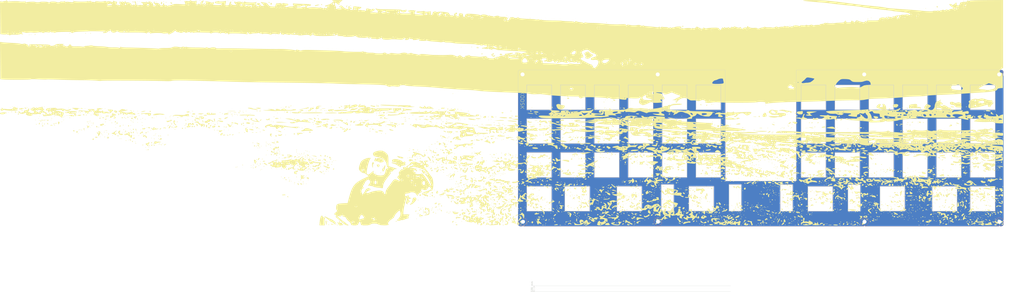
<source format=kicad_pcb>
(kicad_pcb (version 20211014) (generator pcbnew)
  (layers (0 "F.Cu" signal) (31 "B.Cu" signal) (34 "B.Paste" user) (35 "F.Paste" user) (36 "B.SilkS" user "B.Silkscreen") (37 "F.SilkS" user "F.Silkscreen") (38 "B.Mask" user) (39 "F.Mask" user) (44 "Edge.Cuts" user))
  (net 0 "")
  (footprint "MountingHole:MountingHole_2.2mm_M2_Pad" (layer "F.Cu") (at 81.153 91.537469)
    (fp_text reference "H2" hide)
    (fp_text value "MountingHole_Pad")
    (pad "1" thru_hole circle (at 0 0) (size 4.4 4.4) (drill 2.2) (layers *.Cu *.Mask))
  )
  (footprint "MountingHole:MountingHole_2.2mm_M2_Pad" (layer "F.Cu") (at 197.231 8.509)
    (fp_text reference "H3" hide)
    (fp_text value "MountingHole_Pad")
    (pad "1" thru_hole circle (at 0 0) (size 4.4 4.4) (drill 2.2) (layers *.Cu *.Mask))
  )
  (footprint "MountingHole:MountingHole_2.2mm_M2_Pad" (layer "F.Cu") (at 273.177 8.509)
    (fp_text reference "H4" hide)
    (fp_text value "MountingHole_Pad")
    (pad "1" thru_hole circle (at 0 0) (size 4.4 4.4) (drill 2.2) (layers *.Cu *.Mask))
  )
  (footprint "MountingHole:MountingHole_2.2mm_M2_Pad" (layer "F.Cu") (at 5.207 91.567)
    (fp_text reference "H1" hide)
    (fp_text value "MountingHole_Pad")
    (pad "1" thru_hole circle (at 0 0) (size 4.4 4.4) (drill 2.2) (layers *.Cu *.Mask))
  )
  (footprint "MountingHole:MountingHole_2.2mm_M2_Pad" (layer "F.Cu") (at 273.304 91.567)
    (fp_text reference "H4" hide)
    (fp_text value "MountingHole_Pad")
    (pad "1" thru_hole circle (at 0 0) (size 4.4 4.4) (drill 2.2) (layers *.Cu *.Mask))
  )
  (footprint "LOGO" (layer "F.Cu") (at -6.858 30.099)
    (fp_text reference "G***" hide)
    (fp_text value "LOGO" hide)
  )
  (footprint "MountingHole:MountingHole_2.2mm_M2_Pad" (layer "F.Cu") (at 4.953 8.509)
    (fp_text reference "H1" hide)
    (fp_text value "MountingHole_Pad")
    (pad "1" thru_hole circle (at 0 0) (size 4.4 4.4) (drill 2.2) (layers *.Cu *.Mask))
  )
  (footprint "MountingHole:MountingHole_2.2mm_M2_Pad" (layer "F.Cu") (at 81.0195 8.509)
    (fp_text reference "H2" hide)
    (fp_text value "MountingHole_Pad")
    (pad "1" thru_hole circle (at 0 0) (size 4.4 4.4) (drill 2.2) (layers *.Cu *.Mask))
  )
  (footprint "MountingHole:MountingHole_2.2mm_M2_Pad" (layer "F.Cu") (at 197.3801 91.567)
    (fp_text reference "H3" hide)
    (fp_text value "MountingHole_Pad")
    (pad "1" thru_hole circle (at 0 0) (size 4.4 4.4) (drill 2.2) (layers *.Cu *.Mask))
  )
  (gr_line (start 270.921552 52.551005) (end 256.921552 52.551005) (layer "Edge.Cuts") (width 0.2))
  (gr_line (start 7.301612 71.600125) (end 7.301612 85.600125) (layer "Edge.Cuts") (width 0.2))
  (gr_line (start 78.451612 28.450125) (end 78.451612 14.450125) (layer "Edge.Cuts") (width 0.2))
  (gr_line (start 83.034612 85.570125) (end 90.034612 85.570125) (layer "Edge.Cuts") (width 0.2))
  (gr_line (start 98.584612 85.570125) (end 112.584612 85.570125) (layer "Edge.Cuts") (width 0.2))
  (gr_line (start 90.034612 85.570125) (end 90.034612 70.570125) (layer "Edge.Cuts") (width 0.2))
  (gr_line (start 119.442612 68.679125) (end 158.685612 68.679125) (layer "Edge.Cuts") (width 0.1))
  (gr_line (start 251.871205 47.500069) (end 251.871205 33.500069) (layer "Edge.Cuts") (width 0.2))
  (gr_arc (start 159.066612 68.298125) (mid 158.95502 68.567533) (end 158.685612 68.679125) (layer "Edge.Cuts") (width 0.1))
  (gr_line (start 175.674949 28.448548) (end 175.674949 14.448548) (layer "Edge.Cuts") (width 0.2))
  (gr_line (start 128.134612 70.570125) (end 121.134612 70.570125) (layer "Edge.Cuts") (width 0.2))
  (gr_line (start 161.671205 47.500069) (end 175.671205 47.500069) (layer "Edge.Cuts") (width 0.2))
  (gr_line (start 112.584612 85.570125) (end 112.584612 71.570125) (layer "Edge.Cuts") (width 0.2))
  (gr_line (start 59.392256 52.548548) (end 45.392256 52.548548) (layer "Edge.Cuts") (width 0.2))
  (gr_arc (start 159.0294 6.35) (mid 159.14099 6.08059) (end 159.4104 5.969) (layer "Edge.Cuts") (width 0.1))
  (gr_line (start 161.674949 14.448548) (end 161.674949 28.448548) (layer "Edge.Cuts") (width 0.2))
  (gr_line (start 180.724949 28.448548) (end 194.724949 28.448548) (layer "Edge.Cuts") (width 0.2))
  (gr_line (start 40.351612 28.450125) (end 40.351612 14.450125) (layer "Edge.Cuts") (width 0.2))
  (gr_line (start 78.452943 33.494159) (end 64.452943 33.494159) (layer "Edge.Cuts") (width 0.2))
  (gr_line (start 116.552943 47.494159) (end 116.552943 33.494159) (layer "Edge.Cuts") (width 0.2))
  (gr_line (start 102.542256 52.548548) (end 102.542256 66.548548) (layer "Edge.Cuts") (width 0.2))
  (gr_line (start 59.402943 33.494159) (end 45.402943 33.494159) (layer "Edge.Cuts") (width 0.2))
  (gr_line (start 97.492256 52.548548) (end 83.492256 52.548548) (layer "Edge.Cuts") (width 0.2))
  (gr_line (start 232.821552 66.551005) (end 232.821552 52.551005) (layer "Edge.Cuts") (width 0.2))
  (gr_line (start 161.671552 52.551005) (end 161.671552 66.551005) (layer "Edge.Cuts") (width 0.2))
  (gr_line (start 78.451612 14.450125) (end 64.451612 14.450125) (layer "Edge.Cuts") (width 0.2))
  (gr_line (start 256.924949 14.448548) (end 256.924949 28.448548) (layer "Edge.Cuts") (width 0.2))
  (gr_line (start 21.301612 71.600125) (end 7.301612 71.600125) (layer "Edge.Cuts") (width 0.2))
  (gr_line (start 213.774949 14.448548) (end 199.774949 14.448548) (layer "Edge.Cuts") (width 0.2))
  (gr_line (start 21.301612 28.450125) (end 21.301612 14.450125) (layer "Edge.Cuts") (width 0.2))
  (gr_line (start 256.891 85.600125) (end 270.891 85.600125) (layer "Edge.Cuts") (width 0.2))
  (gr_line (start 40.351612 14.450125) (end 26.351612 14.450125) (layer "Edge.Cuts") (width 0.2))
  (gr_line (start 206.106 71.570125) (end 206.106 85.570125) (layer "Edge.Cuts") (width 0.2))
  (gr_line (start 180.721205 47.500069) (end 194.721205 47.500069) (layer "Edge.Cuts") (width 0.2))
  (gr_line (start 237.871205 33.500069) (end 237.871205 47.500069) (layer "Edge.Cuts") (width 0.2))
  (gr_line (start 58.071612 85.570125) (end 72.071612 85.570125) (layer "Edge.Cuts") (width 0.2))
  (gr_line (start 59.392256 66.548548) (end 59.392256 52.548548) (layer "Edge.Cuts") (width 0.2))
  (gr_line (start 64.442256 52.548548) (end 64.442256 66.548548) (layer "Edge.Cuts") (width 0.2))
  (gr_line (start 3.692026 94.107) (end 274.357212 94.107) (layer "Edge.Cuts") (width 0.1))
  (gr_line (start 218.821552 66.551005) (end 232.821552 66.551005) (layer "Edge.Cuts") (width 0.2))
  (gr_line (start 83.502943 47.494159) (end 97.502943 47.494159) (layer "Edge.Cuts") (width 0.2))
  (gr_line (start 121.134612 85.570125) (end 128.134612 85.570125) (layer "Edge.Cuts") (width 0.2))
  (gr_line (start 251.871205 33.500069) (end 237.871205 33.500069) (layer "Edge.Cuts") (width 0.2))
  (gr_line (start 116.542256 52.548548) (end 102.542256 52.548548) (layer "Edge.Cuts") (width 0.2))
  (gr_line (start 97.501612 28.450125) (end 97.501612 14.450125) (layer "Edge.Cuts") (width 0.2))
  (gr_line (start 199.771205 47.500069) (end 213.771205 47.500069) (layer "Edge.Cuts") (width 0.2))
  (gr_line (start 213.771205 33.500069) (end 199.771205 33.500069) (layer "Edge.Cuts") (width 0.2))
  (gr_line (start 26.342256 52.548548) (end 26.342256 66.548548) (layer "Edge.Cuts") (width 0.2))
  (gr_line (start 78.442256 52.548548) (end 64.442256 52.548548) (layer "Edge.Cuts") (width 0.2))
  (gr_arc (start 275.627212 92.837) (mid 275.255241 93.735035) (end 274.357212 94.107) (layer "Edge.Cuts") (width 0.1))
  (gr_line (start 199.771205 33.500069) (end 199.771205 47.500069) (layer "Edge.Cuts") (width 0.2))
  (gr_line (start 7.301612 28.450125) (end 21.301612 28.450125) (layer "Edge.Cuts") (width 0.2))
  (gr_line (start 58.071612 71.570125) (end 58.071612 85.570125) (layer "Edge.Cuts") (width 0.2))
  (gr_line (start 72.071612 85.570125) (end 72.071612 71.570125) (layer "Edge.Cuts") (width 0.2))
  (gr_line (start 161.674949 28.448548) (end 175.674949 28.448548) (layer "Edge.Cuts") (width 0.2))
  (gr_line (start 97.502943 33.494159) (end 83.502943 33.494159) (layer "Edge.Cuts") (width 0.2))
  (gr_line (start 232.821205 33.500069) (end 218.821205 33.500069) (layer "Edge.Cuts") (width 0.2))
  (gr_line (start 195.092266 85.613107) (end 195.092266 70.613107) (layer "Edge.Cuts") (width 0.2))
  (gr_line (start 213.771552 66.551005) (end 213.771552 52.551005) (layer "Edge.Cuts") (width 0.2))
  (gr_line (start 90.034612 70.570125) (end 83.034612 70.570125) (layer "Edge.Cuts") (width 0.2))
  (gr_line (start 188.092266 70.613107) (end 188.092266 85.613107) (layer "Edge.Cuts") (width 0.2))
  (gr_line (start 220.106 85.570125) (end 220.106 71.570125) (layer "Edge.Cuts") (width 0.2))
  (gr_line (start 256.921552 66.551005) (end 270.921552 66.551005) (layer "Edge.Cuts") (width 0.2))
  (gr_line (start 26.351612 28.450125) (end 40.351612 28.450125) (layer "Edge.Cuts") (width 0.2))
  (gr_line (start 28.732862 71.600125) (end 28.732862 85.600125) (layer "Edge.Cuts") (width 0.2))
  (gr_line (start 180.721552 52.551005) (end 180.721552 66.551005) (layer "Edge.Cuts") (width 0.2))
  (gr_line (start 180.721205 33.500069) (end 180.721205 47.500069) (layer "Edge.Cuts") (width 0.2))
  (gr_line (start 175.671552 52.551005) (end 161.671552 52.551005) (layer "Edge.Cuts") (width 0.2))
  (gr_line (start 121.134612 70.570125) (end 121.134612 85.570125) (layer "Edge.Cuts") (width 0.2))
  (gr_line (start 78.452943 47.494159) (end 78.452943 33.494159) (layer "Edge.Cuts") (width 0.2))
  (gr_line (start 21.301612 85.600125) (end 21.301612 71.600125) (layer "Edge.Cuts") (width 0.2))
  (gr_line (start 270.891 85.600125) (end 270.891 71.600125) (layer "Edge.Cuts") (width 0.2))
  (gr_line (start 26.351612 14.450125) (end 26.351612 28.450125) (layer "Edge.Cuts") (width 0.2))
  (gr_line (start 251.874949 14.448548) (end 237.874949 14.448548) (layer "Edge.Cuts") (width 0.2))
  (gr_line (start 175.671205 47.500069) (end 175.671205 33.500069) (layer "Edge.Cuts") (width 0.2))
  (gr_line (start 256.891 71.600125) (end 256.891 85.600125) (layer "Edge.Cuts") (width 0.2))
  (gr_line (start 251.871552 52.551005) (end 237.871552 52.551005) (layer "Edge.Cuts") (width 0.2))
  (gr_line (start 180.724949 14.448548) (end 180.724949 28.448548) (layer "Edge.Cuts") (width 0.2))
  (gr_arc (start 119.442612 68.679125) (mid 119.173204 68.567533) (end 119.061612 68.298125) (layer "Edge.Cuts") (width 0.1))
  (gr_line (start 213.771205 47.500069) (end 213.771205 33.500069) (layer "Edge.Cuts") (width 0.2))
  (gr_line (start 45.401612 28.450125) (end 59.401612 28.450125) (layer "Edge.Cuts") (width 0.2))
  (gr_line (start 97.502943 47.494159) (end 97.502943 33.494159) (layer "Edge.Cuts") (width 0.2))
  (gr_line (start 218.821205 47.500069) (end 232.821205 47.500069) (layer "Edge.Cuts") (width 0.2))
  (gr_line (start 179.542266 85.613107) (end 179.542266 71.613107) (layer "Edge.Cuts") (width 0.2))
  (gr_line (start 7.302943 47.494159) (end 21.302943 47.494159) (layer "Edge.Cuts") (width 0.2))
  (gr_line (start 116.552943 33.494159) (end 102.552943 33.494159) (layer "Edge.Cuts") (width 0.2))
  (gr_line (start 21.302943 47.494159) (end 21.302943 33.494159) (layer "Edge.Cuts") (width 0.2))
  (gr_line (start 199.774949 14.448548) (end 199.774949 28.448548) (layer "Edge.Cuts") (width 0.2))
  (gr_line (start 275.627212 92.837) (end 275.59 7.239) (layer "Edge.Cuts") (width 0.1))
  (gr_line (start 45.402943 33.494159) (end 45.402943 47.494159) (layer "Edge.Cuts") (width 0.2))
  (gr_line (start 161.671552 66.551005) (end 175.671552 66.551005) (layer "Edge.Cuts") (width 0.2))
  (gr_line (start 45.392256 52.548548) (end 45.392256 66.548548) (layer "Edge.Cuts") (width 0.2))
  (gr_line (start 194.721205 33.500069) (end 180.721205 33.500069) (layer "Edge.Cuts") (width 0.2))
  (gr_line (start 188.092266 85.613107) (end 195.092266 85.613107) (layer "Edge.Cuts") (width 0.2))
  (gr_line (start 116.551612 28.450125) (end 116.551612 14.450125) (layer "Edge.Cuts") (width 0.2))
  (gr_line (start 7.302943 33.494159) (end 7.302943 47.494159) (layer "Edge.Cuts") (width 0.2))
  (gr_line (start 149.992266 70.613107) (end 149.992266 85.613107) (layer "Edge.Cuts") (width 0.2))
  (gr_line (start 251.871552 66.551005) (end 251.871552 52.551005) (layer "Edge.Cuts") (width 0.2))
  (gr_line (start 83.034612 70.570125) (end 83.034612 85.570125) (layer "Edge.Cuts") (width 0.2))
  (gr_line (start 235.45975 85.600125) (end 249.45975 85.600125) (layer "Edge.Cuts") (width 0.2))
  (gr_line (start 270.924949 14.448548) (end 256.924949 14.448548) (layer "Edge.Cuts") (width 0.2))
  (gr_line (start 237.874949 28.448548) (end 251.874949 28.448548) (layer "Edge.Cuts") (width 0.2))
  (gr_line (start 98.584612 71.570125) (end 98.584612 85.570125) (layer "Edge.Cuts") (width 0.2))
  (gr_line (start 72.071612 71.570125) (end 58.071612 71.570125) (layer "Edge.Cuts") (width 0.2))
  (gr_line (start 194.721552 52.551005) (end 180.721552 52.551005) (layer "Edge.Cuts") (width 0.2))
  (gr_line (start 237.871552 52.551005) (end 237.871552 66.551005) (layer "Edge.Cuts") (width 0.2))
  (gr_line (start 21.292256 66.548548) (end 21.292256 52.548548) (layer "Edge.Cuts") (width 0.2))
  (gr_line (start 194.724949 28.448548) (end 194.724949 14.448548) (layer "Edge.Cuts") (width 0.2))
  (gr_line (start 21.292256 52.548548) (end 7.292256 52.548548) (layer "Edge.Cuts") (width 0.2))
  (gr_line (start 195.092266 70.613107) (end 188.092266 70.613107) (layer "Edge.Cuts") (width 0.2))
  (gr_line (start 175.671205 33.500069) (end 161.671205 33.500069) (layer "Edge.Cuts") (width 0.2))
  (gr_line (start 213.774949 28.448548) (end 213.774949 14.448548) (layer "Edge.Cuts") (width 0.2))
  (gr_line (start 159.066612 68.298125) (end 159.0294 6.35) (layer "Edge.Cuts") (width 0.1))
  (gr_line (start 270.921205 33.500069) (end 256.921205 33.500069) (layer "Edge.Cuts") (width 0.2))
  (gr_line (start 64.452943 33.494159) (end 64.452943 47.494159) (layer "Edge.Cuts") (width 0.2))
  (gr_arc (start 3.692026 94.107) (mid 2.793999 93.735027) (end 2.422026 92.837) (layer "Edge.Cuts") (width 0.1))
  (gr_line (start 26.352943 33.494159) (end 26.352943 47.494159) (layer "Edge.Cuts") (width 0.2))
  (gr_line (start 165.542266 71.613107) (end 165.542266 85.613107) (layer "Edge.Cuts") (width 0.2))
  (gr_line (start 26.342256 66.548548) (end 40.342256 66.548548) (layer "Edge.Cuts") (width 0.2))
  (gr_line (start 194.724949 14.448548) (end 180.724949 14.448548) (layer "Edge.Cuts") (width 0.2))
  (gr_line (start 40.352943 47.494159) (end 40.352943 33.494159) (layer "Edge.Cuts") (width 0.2))
  (gr_line (start 40.352943 33.494159) (end 26.352943 33.494159) (layer "Edge.Cuts") (width 0.2))
  (gr_line (start 270.921552 66.551005) (end 270.921552 52.551005) (layer "Edge.Cuts") (width 0.2))
  (gr_line (start 42.732862 71.600125) (end 28.732862 71.600125) (layer "Edge.Cuts") (width 0.2))
  (gr_line (start 42.732862 85.600125) (end 42.732862 71.600125) (layer "Edge.Cuts") (width 0.2))
  (gr_line (start 64.442256 66.548548) (end 78.442256 66.548548) (layer "Edge.Cuts") (width 0.2))
  (gr_line (start 83.501612 14.450125) (end 83.501612 28.450125) (layer "Edge.Cuts") (width 0.2))
  (gr_line (start 7.301612 85.600125) (end 21.301612 85.600125) (layer "Edge.Cuts") (width 0.2))
  (gr_line (start 83.492256 52.548548) (end 83.492256 66.548548) (layer "Edge.Cuts") (width 0.2))
  (gr_line (start 21.301612 14.450125) (end 7.301612 14.450125) (layer "Edge.Cuts") (width 0.2))
  (gr_line (start 102.551612 14.450125) (end 102.551612 28.450125) (layer "Edge.Cuts") (width 0.2))
  (gr_line (start 64.451612 14.450125) (end 64.451612 28.450125) (layer "Edge.Cuts") (width 0.2))
  (gr_line (start 199.774949 28.448548) (end 213.774949 28.448548) (layer "Edge.Cuts") (width 0.2))
  (gr_line (start 256.924949 28.448548) (end 270.924949 28.448548) (layer "Edge.Cuts") (width 0.2))
  (gr_line (start 102.551612 28.450125) (end 116.551612 28.450125) (layer "Edge.Cuts") (width 0.2))
  (gr_line (start 180.721552 66.551005) (end 194.721552 66.551005) (layer "Edge.Cuts") (width 0.2))
  (gr_line (start 149.992266 85.613107) (end 156.992266 85.613107) (layer "Edge.Cuts") (width 0.2))
  (gr_line (start 161.671205 33.500069) (end 161.671205 47.500069) (layer "Edge.Cuts") (width 0.2))
  (gr_line (start 59.401612 28.450125) (end 59.401612 14.450125) (layer "Edge.Cuts") (width 0.2))
  (gr_line (start 116.542256 66.548548) (end 116.542256 52.548548) (layer "Edge.Cuts") (width 0.2))
  (gr_line (start 165.542266 85.613107) (end 179.542266 85.613107) (layer "Edge.Cuts") (width 0.2))
  (gr_line (start 40.342256 66.548548) (end 40.342256 52.548548) (layer "Edge.Cuts") (width 0.2))
  (gr_line (start 97.501612 14.450125) (end 83.501612 14.450125) (layer "Edge.Cuts") (width 0.2))
  (gr_line (start 237.871205 47.500069) (end 251.871205 47.500069) (layer "Edge.Cuts") (width 0.2))
  (gr_line (start 45.392256 66.548548) (end 59.392256 66.548548) (layer "Edge.Cuts") (width 0.2))
  (gr_line (start 156.992266 85.613107) (end 156.992266 70.613107) (layer "Edge.Cuts") (width 0.2))
  (gr_arc (start 2.422026 7.239) (mid 2.794 6.340974) (end 3.692026 5.969) (layer "Edge.Cuts") (width 0.1))
  (gr_line (start 256.921205 47.500069) (end 270.921205 47.500069) (layer "Edge.Cuts") (width 0.2))
  (gr_line (start 128.134612 85.570125) (end 128.134612 70.570125) (layer "Edge.Cuts") (width 0.2))
  (gr_line (start 199.771552 66.551005) (end 213.771552 66.551005) (layer "Edge.Cuts") (width 0.2))
  (gr_line (start 7.292256 66.548548) (end 21.292256 66.548548) (layer "Edge.Cuts") (width 0.2))
  (gr_line (start 249.45975 71.600125) (end 235.45975 71.600125) (layer "Edge.Cuts") (width 0.2))
  (gr_line (start 270.924949 28.448548) (end 270.924949 14.448548) (layer "Edge.Cuts") (width 0.2))
  (gr_line (start 249.45975 85.600125) (end 249.45975 71.600125) (layer "Edge.Cuts") (width 0.2))
  (gr_line (start 251.874949 28.448548) (end 251.874949 14.448548) (layer "Edge.Cuts") (width 0.2))
  (gr_line (start 194.721552 66.551005) (end 194.721552 52.551005) (layer "Edge.Cuts") (width 0.2))
  (gr_line (start 270.921205 47.500069) (end 270.921205 33.500069) (layer "Edge.Cuts") (width 0.2))
  (gr_line (start 175.674949 14.448548) (end 161.674949 14.448548) (layer "Edge.Cuts") (width 0.2))
  (gr_line (start 156.992266 70.613107) (end 149.992266 70.613107) (layer "Edge.Cuts") (width 0.2))
  (gr_line (start 213.771552 52.551005) (end 199.771552 52.551005) (layer "Edge.Cuts") (width 0.2))
  (gr_line (start 218.824949 14.448548) (end 218.824949 28.448548) (layer "Edge.Cuts") (width 0.2))
  (gr_line (start 102.542256 66.548548) (end 116.542256 66.548548) (layer "Edge.Cuts") (width 0.2))
  (gr_line (start 220.106 71.570125) (end 206.106 71.570125) (layer "Edge.Cuts") (width 0.2))
  (gr_arc (start 274.32 5.969) (mid 275.218048 6.340956) (end 275.59 7.239) (layer "Edge.Cuts") (width 0.1))
  (gr_line (start 7.292256 52.548548) (end 7.292256 66.548548) (layer "Edge.Cuts") (width 0.2))
  (gr_line (start 119.058826 6.35) (end 119.061612 68.298125) (layer "Edge.Cuts") (width 0.1))
  (gr_line (start 59.402943 47.494159) (end 59.402943 33.494159) (layer "Edge.Cuts") (width 0.2))
  (gr_line (start 235.45975 71.600125) (end 235.45975 85.600125) (layer "Edge.Cuts") (width 0.2))
  (gr_line (start 45.402943 47.494159) (end 59.402943 47.494159) (layer "Edge.Cuts") (width 0.2))
  (gr_line (start 7.301612 14.450125) (end 7.301612 28.450125) (layer "Edge.Cuts") (width 0.2))
  (gr_line (start 199.771552 52.551005) (end 199.771552 66.551005) (layer "Edge.Cuts") (width 0.2))
  (gr_line (start 21.302943 33.494159) (end 7.302943 33.494159) (layer "Edge.Cuts") (width 0.2))
  (gr_line (start 97.492256 66.548548) (end 97.492256 52.548548) (layer "Edge.Cuts") (width 0.2))
  (gr_line (start 218.821552 52.551005) (end 218.821552 66.551005) (layer "Edge.Cuts") (width 0.2))
  (gr_line (start 175.671552 66.551005) (end 175.671552 52.551005) (layer "Edge.Cuts") (width 0.2))
  (gr_line (start 64.451612 28.450125) (end 78.451612 28.450125) (layer "Edge.Cuts") (width 0.2))
  (gr_line (start 118.677826 5.969) (end 3.692026 5.969) (layer "Edge.Cuts") (width 0.1))
  (gr_line (start 40.342256 52.548548) (end 26.342256 52.548548) (layer "Edge.Cuts") (width 0.2))
  (gr_line (start 102.552943 47.494159) (end 116.552943 47.494159) (layer "Edge.Cuts") (width 0.2))
  (gr_line (start 218.824949 28.448548) (end 232.824949 28.448548) (layer "Edge.Cuts") (width 0.2))
  (gr_line (start 218.821205 33.500069) (end 218.821205 47.500069) (layer "Edge.Cuts") (width 0.2))
  (gr_line (start 237.871552 66.551005) (end 251.871552 66.551005) (layer "Edge.Cuts") (width 0.2))
  (gr_line (start 83.501612 28.450125) (end 97.501612 28.450125) (layer "Edge.Cuts") (width 0.2))
  (gr_line (start 102.552943 33.494159) (end 102.552943 47.494159) (layer "Edge.Cuts") (width 0.2))
  (gr_line (start 274.32 5.969) (end 159.4104 5.969) (layer "Edge.Cuts") (width 0.1))
  (gr_line (start 28.732862 85.600125) (end 42.732862 85.600125) (layer "Edge.Cuts") (width 0.2))
  (gr_line (start 116.551612 14.450125) (end 102.551612 14.450125) (layer "Edge.Cuts") (width 0.2))
  (gr_arc (start 118.677826 5.969) (mid 118.947223 6.080597) (end 119.058826 6.35) (layer "Edge.Cuts") (width 0.1))
  (gr_line (start 112.584612 71.570125) (end 98.584612 71.570125) (layer "Edge.Cuts") (width 0.2))
  (gr_line (start 232.824949 28.448548) (end 232.824949 14.448548) (layer "Edge.Cuts") (width 0.2))
  (gr_line (start 194.721205 47.500069) (end 194.721205 33.500069) (layer "Edge.Cuts") (width 0.2))
  (gr_line (start 26.352943 47.494159) (end 40.352943 47.494159) (layer "Edge.Cuts") (width 0.2))
  (gr_line (start 206.106 85.570125) (end 220.106 85.570125) (layer "Edge.Cuts") (width 0.2))
  (gr_line (start 232.821552 52.551005) (end 218.821552 52.551005) (layer "Edge.Cuts") (width 0.2))
  (gr_line (start 232.821205 47.500069) (end 232.821205 33.500069) (layer "Edge.Cuts") (width 0.2))
  (gr_line (start 237.874949 14.448548) (end 237.874949 28.448548) (layer "Edge.Cuts") (width 0.2))
  (gr_line (start 179.542266 71.613107) (end 165.542266 71.613107) (layer "Edge.Cuts") (width 0.2))
  (gr_line (start 256.921205 33.500069) (end 256.921205 47.500069) (layer "Edge.Cuts") (width 0.2))
  (gr_line (start 59.401612 14.450125) (end 45.401612 14.450125) (layer "Edge.Cuts") (width 0.2))
  (gr_line (start 256.921552 52.551005) (end 256.921552 66.551005) (layer "Edge.Cuts") (width 0.2))
  (gr_line (start 232.824949 14.448548) (end 218.824949 14.448548) (layer "Edge.Cuts") (width 0.2))
  (gr_line (start 83.492256 66.548548) (end 97.492256 66.548548) (layer "Edge.Cuts") (width 0.2))
  (gr_line (start 78.442256 66.548548) (end 78.442256 52.548548) (layer "Edge.Cuts") (width 0.2))
  (gr_line (start 2.422026 7.239) (end 2.422026 92.837) (layer "Edge.Cuts") (width 0.1))
  (gr_line (start 83.502943 33.494159) (end 83.502943 47.494159) (layer "Edge.Cuts") (width 0.2))
  (gr_line (start 270.891 71.600125) (end 256.891 71.600125) (layer "Edge.Cuts") (width 0.2))
  (gr_line (start 64.452943 47.494159) (end 78.452943 47.494159) (layer "Edge.Cuts") (width 0.2))
  (gr_line (start 45.401612 14.450125) (end 45.401612 28.450125) (layer "Edge.Cuts") (width 0.2))
  (gr_text "SKOOSK" (at 4.7625 22.225 270) (layer "F.SilkS") (effects (font (size 2 2))))
  (dimension (type aligned) (layer "Edge.Cuts") (pts (xy 122.555 131.064) (xy 122.555 127.762)) (height -111.125) (gr_text "3.3020 mm" (at 10.28 129.413 90) (layer "Edge.Cuts") (effects (font (size 1 1) (thickness 0.15)))) (format (units 3) (units_format 1) (precision 4)) (style (thickness 0.1) (arrow_length 1.27) (text_position_mode 0) (extension_height 0.58642) (extension_offset 0.5) keep_text_aligned))
  (zone (net 0) (net_name "") (layers F&B.Cu) (connect_pads (clearance 0)) (min_thickness 0.254) (fill yes (thermal_gap 0.508) (thermal_bridge_width 0.508))
    (polygon (pts (xy 287.147 97.536) (xy -6.731 99.314) (xy -7.747 -4.064) (xy 286.893 0.762)))
  )
)
</source>
